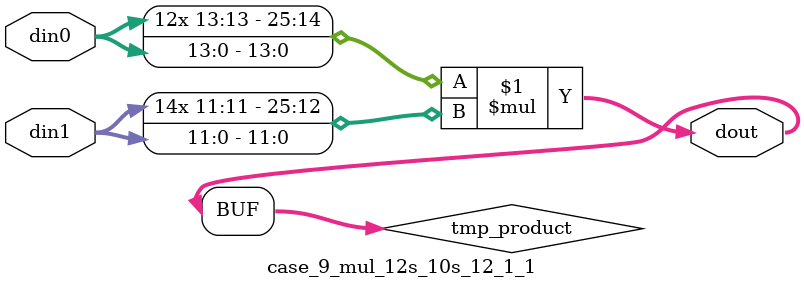
<source format=v>

`timescale 1 ns / 1 ps

 module case_9_mul_12s_10s_12_1_1(din0, din1, dout);
parameter ID = 1;
parameter NUM_STAGE = 0;
parameter din0_WIDTH = 14;
parameter din1_WIDTH = 12;
parameter dout_WIDTH = 26;

input [din0_WIDTH - 1 : 0] din0; 
input [din1_WIDTH - 1 : 0] din1; 
output [dout_WIDTH - 1 : 0] dout;

wire signed [dout_WIDTH - 1 : 0] tmp_product;



























assign tmp_product = $signed(din0) * $signed(din1);








assign dout = tmp_product;





















endmodule

</source>
